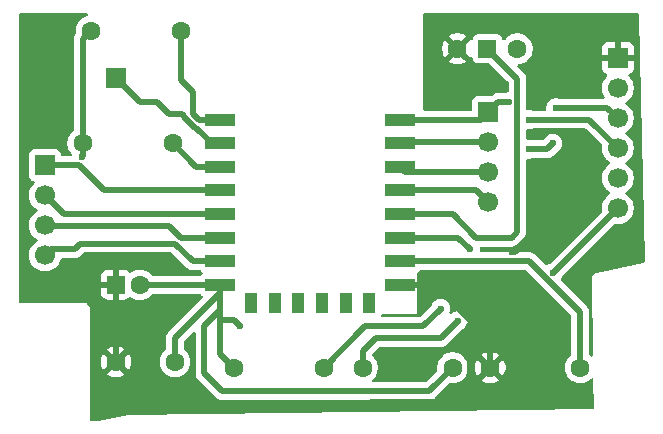
<source format=gbr>
%TF.GenerationSoftware,KiCad,Pcbnew,9.0.7*%
%TF.CreationDate,2026-02-17T01:21:17-06:00*%
%TF.ProjectId,Esp12-F,45737031-322d-4462-9e6b-696361645f70,rev?*%
%TF.SameCoordinates,Original*%
%TF.FileFunction,Copper,L1,Top*%
%TF.FilePolarity,Positive*%
%FSLAX46Y46*%
G04 Gerber Fmt 4.6, Leading zero omitted, Abs format (unit mm)*
G04 Created by KiCad (PCBNEW 9.0.7) date 2026-02-17 01:21:17*
%MOMM*%
%LPD*%
G01*
G04 APERTURE LIST*
G04 Aperture macros list*
%AMRoundRect*
0 Rectangle with rounded corners*
0 $1 Rounding radius*
0 $2 $3 $4 $5 $6 $7 $8 $9 X,Y pos of 4 corners*
0 Add a 4 corners polygon primitive as box body*
4,1,4,$2,$3,$4,$5,$6,$7,$8,$9,$2,$3,0*
0 Add four circle primitives for the rounded corners*
1,1,$1+$1,$2,$3*
1,1,$1+$1,$4,$5*
1,1,$1+$1,$6,$7*
1,1,$1+$1,$8,$9*
0 Add four rect primitives between the rounded corners*
20,1,$1+$1,$2,$3,$4,$5,0*
20,1,$1+$1,$4,$5,$6,$7,0*
20,1,$1+$1,$6,$7,$8,$9,0*
20,1,$1+$1,$8,$9,$2,$3,0*%
G04 Aperture macros list end*
%TA.AperFunction,ComponentPad*%
%ADD10C,1.600000*%
%TD*%
%TA.AperFunction,ComponentPad*%
%ADD11RoundRect,0.250000X-0.550000X-0.550000X0.550000X-0.550000X0.550000X0.550000X-0.550000X0.550000X0*%
%TD*%
%TA.AperFunction,ComponentPad*%
%ADD12R,1.700000X1.700000*%
%TD*%
%TA.AperFunction,ComponentPad*%
%ADD13C,1.700000*%
%TD*%
%TA.AperFunction,SMDPad,CuDef*%
%ADD14R,2.500000X1.000000*%
%TD*%
%TA.AperFunction,SMDPad,CuDef*%
%ADD15R,1.000000X1.800000*%
%TD*%
%TA.AperFunction,ComponentPad*%
%ADD16R,1.500000X1.500000*%
%TD*%
%TA.AperFunction,ViaPad*%
%ADD17C,0.600000*%
%TD*%
%TA.AperFunction,Conductor*%
%ADD18C,0.500000*%
%TD*%
G04 APERTURE END LIST*
D10*
%TO.P,C2,1*%
%TO.N,GND*%
X122000000Y-107000000D03*
%TO.P,C2,2*%
%TO.N,3.3V*%
X127000000Y-107000000D03*
%TD*%
%TO.P,R3,1*%
%TO.N,GND*%
X153690000Y-107500000D03*
%TO.P,R3,2*%
%TO.N,Net-(U1-GPIO15)*%
X161310000Y-107500000D03*
%TD*%
D11*
%TO.P,C1,1*%
%TO.N,GND*%
X122000000Y-100500000D03*
D10*
%TO.P,C1,2*%
%TO.N,3.3V*%
X124000000Y-100500000D03*
%TD*%
D12*
%TO.P,J3,1,Pin_1*%
%TO.N,Net-(J3-Pin_1)*%
X116000000Y-90380000D03*
D13*
%TO.P,J3,2,Pin_2*%
%TO.N,Net-(J3-Pin_2)*%
X116000000Y-92920000D03*
%TO.P,J3,3,Pin_3*%
%TO.N,Net-(J3-Pin_3)*%
X116000000Y-95460000D03*
%TO.P,J3,4,Pin_4*%
%TO.N,Net-(J3-Pin_4)*%
X116000000Y-98000000D03*
%TD*%
D12*
%TO.P,J1,1,Pin_1*%
%TO.N,GND*%
X164500000Y-81300000D03*
D13*
%TO.P,J1,2,Pin_2*%
%TO.N,unconnected-(J1-Pin_2-Pad2)*%
X164500000Y-83840000D03*
%TO.P,J1,3,Pin_3*%
%TO.N,Net-(J1-Pin_3)*%
X164500000Y-86380000D03*
%TO.P,J1,4,Pin_4*%
%TO.N,Net-(J1-Pin_4)*%
X164500000Y-88920000D03*
%TO.P,J1,5,Pin_5*%
%TO.N,unconnected-(J1-Pin_5-Pad5)*%
X164500000Y-91460000D03*
%TO.P,J1,6,Pin_6*%
%TO.N,3.3V*%
X164500000Y-94000000D03*
%TD*%
D12*
%TO.P,J6,1,Pin_1*%
%TO.N,Net-(J1-Pin_4)*%
X153500000Y-85880000D03*
D13*
%TO.P,J6,2,Pin_2*%
%TO.N,Net-(J1-Pin_3)*%
X153500000Y-88420000D03*
%TO.P,J6,3,Pin_3*%
%TO.N,Net-(J6-Pin_3)*%
X153500000Y-90960000D03*
%TO.P,J6,4,Pin_4*%
%TO.N,Net-(J6-Pin_4)*%
X153500000Y-93500000D03*
%TD*%
D14*
%TO.P,U1,1,~{RST}*%
%TO.N,Net-(U1-~{RST})*%
X130850000Y-86500000D03*
%TO.P,U1,2,ADC*%
%TO.N,Net-(J9-Pin_1)*%
X130850000Y-88500000D03*
%TO.P,U1,3,EN*%
%TO.N,Net-(U1-EN)*%
X130850000Y-90500000D03*
%TO.P,U1,4,GPIO16*%
%TO.N,Net-(J3-Pin_1)*%
X130850000Y-92500000D03*
%TO.P,U1,5,GPIO14*%
%TO.N,Net-(J3-Pin_2)*%
X130850000Y-94500000D03*
%TO.P,U1,6,GPIO12*%
%TO.N,Net-(J3-Pin_3)*%
X130850000Y-96500000D03*
%TO.P,U1,7,GPIO13*%
%TO.N,Net-(J3-Pin_4)*%
X130850000Y-98500000D03*
%TO.P,U1,8,VCC*%
%TO.N,3.3V*%
X130850000Y-100500000D03*
D15*
%TO.P,U1,9,CS0*%
%TO.N,unconnected-(U1-CS0-Pad9)*%
X133450000Y-102000000D03*
%TO.P,U1,10,MISO*%
%TO.N,unconnected-(U1-MISO-Pad10)*%
X135450000Y-102000000D03*
%TO.P,U1,11,GPIO9*%
%TO.N,unconnected-(U1-GPIO9-Pad11)*%
X137450000Y-102000000D03*
%TO.P,U1,12,GPIO10*%
%TO.N,unconnected-(U1-GPIO10-Pad12)*%
X139450000Y-102000000D03*
%TO.P,U1,13,MOSI*%
%TO.N,unconnected-(U1-MOSI-Pad13)*%
X141450000Y-102000000D03*
%TO.P,U1,14,SCLK*%
%TO.N,unconnected-(U1-SCLK-Pad14)*%
X143450000Y-102000000D03*
D14*
%TO.P,U1,15,GND*%
%TO.N,GND*%
X146050000Y-100500000D03*
%TO.P,U1,16,GPIO15*%
%TO.N,Net-(U1-GPIO15)*%
X146050000Y-98500000D03*
%TO.P,U1,17,GPIO2*%
%TO.N,Net-(U1-GPIO2)*%
X146050000Y-96500000D03*
%TO.P,U1,18,GPIO0*%
%TO.N,Net-(SW2-A)*%
X146050000Y-94500000D03*
%TO.P,U1,19,GPIO4*%
%TO.N,Net-(J6-Pin_4)*%
X146050000Y-92500000D03*
%TO.P,U1,20,GPIO5*%
%TO.N,Net-(J6-Pin_3)*%
X146050000Y-90500000D03*
%TO.P,U1,21,GPIO3/RXD*%
%TO.N,Net-(J1-Pin_3)*%
X146050000Y-88500000D03*
%TO.P,U1,22,GPIO1/TXD*%
%TO.N,Net-(J1-Pin_4)*%
X146050000Y-86500000D03*
%TD*%
D16*
%TO.P,SW2,1,A*%
%TO.N,Net-(SW2-A)*%
X153460000Y-80500000D03*
D10*
%TO.P,SW2,2,B*%
%TO.N,GND*%
X150920000Y-80500000D03*
%TO.P,SW2,3,C*%
%TO.N,Net-(SW2-C)*%
X156000000Y-80500000D03*
%TD*%
%TO.P,R2,1*%
%TO.N,3.3V*%
X119880000Y-79000000D03*
%TO.P,R2,2*%
%TO.N,Net-(U1-~{RST})*%
X127500000Y-79000000D03*
%TD*%
%TO.P,R4,1*%
%TO.N,3.3V*%
X150500000Y-107500000D03*
%TO.P,R4,2*%
%TO.N,Net-(U1-GPIO2)*%
X142880000Y-107500000D03*
%TD*%
%TO.P,R1,1*%
%TO.N,3.3V*%
X119190000Y-88500000D03*
%TO.P,R1,2*%
%TO.N,Net-(U1-EN)*%
X126810000Y-88500000D03*
%TD*%
D12*
%TO.P,RST,1,Pin_1*%
%TO.N,Net-(J9-Pin_1)*%
X122000000Y-83000000D03*
%TD*%
D10*
%TO.P,R5,1*%
%TO.N,3.3V*%
X132000000Y-107500000D03*
%TO.P,R5,2*%
%TO.N,Net-(SW2-C)*%
X139620000Y-107500000D03*
%TD*%
D17*
%TO.N,3.3V*%
X132500000Y-104000000D03*
X159030331Y-99469669D03*
X119105849Y-89664813D03*
%TO.N,GND*%
X155000000Y-83500000D03*
X152750000Y-100500000D03*
X158000000Y-95500000D03*
X157969669Y-83530331D03*
X155500000Y-97750000D03*
%TO.N,Net-(U1-GPIO2)*%
X150969669Y-103530331D03*
X152000000Y-97500000D03*
%TO.N,Net-(SW2-C)*%
X149500000Y-102500000D03*
%TO.N,Net-(J1-Pin_4)*%
X157000000Y-86500000D03*
X155250000Y-85000000D03*
%TO.N,Net-(J1-Pin_3)*%
X157000000Y-89000000D03*
X159000000Y-88500000D03*
X159250000Y-85500000D03*
%TD*%
D18*
%TO.N,3.3V*%
X164500000Y-94000000D02*
X159030331Y-99469669D01*
X130850000Y-100500000D02*
X130850000Y-101150000D01*
X129500000Y-108000000D02*
X129500000Y-104000000D01*
X119190000Y-88500000D02*
X119190000Y-89580662D01*
X130850000Y-106350000D02*
X132000000Y-107500000D01*
X119190000Y-89580662D02*
X119105849Y-89664813D01*
X129500000Y-104000000D02*
X130850000Y-102650000D01*
X132500000Y-104000000D02*
X132000000Y-103500000D01*
X119190000Y-88500000D02*
X119190000Y-79690000D01*
X130850000Y-100500000D02*
X130850000Y-103500000D01*
X148500000Y-109500000D02*
X131000000Y-109500000D01*
X130850000Y-102650000D02*
X130850000Y-100500000D01*
X150500000Y-107500000D02*
X148500000Y-109500000D01*
X131000000Y-109500000D02*
X129500000Y-108000000D01*
X127000000Y-105000000D02*
X127000000Y-107000000D01*
X119190000Y-79690000D02*
X119880000Y-79000000D01*
X130850000Y-103500000D02*
X130850000Y-106350000D01*
X131500000Y-107000000D02*
X132000000Y-107500000D01*
X130850000Y-101150000D02*
X127000000Y-105000000D01*
X132000000Y-103500000D02*
X130850000Y-103500000D01*
X130850000Y-100500000D02*
X124000000Y-100500000D01*
%TO.N,GND*%
X147992925Y-110437793D02*
X143556470Y-110437793D01*
X155750000Y-97750000D02*
X155500000Y-97750000D01*
X151101324Y-110398676D02*
X147992925Y-110437793D01*
X122000000Y-100500000D02*
X122000000Y-107000000D01*
X158000000Y-95500000D02*
X155750000Y-97750000D01*
X153920000Y-83500000D02*
X155000000Y-83500000D01*
X152000000Y-104000000D02*
X152000000Y-109500000D01*
X149000000Y-100500000D02*
X152250000Y-103750000D01*
X153690000Y-105190000D02*
X153690000Y-107500000D01*
X146050000Y-100500000D02*
X149000000Y-100500000D01*
X143556470Y-110437793D02*
X143499929Y-110494334D01*
X152250000Y-103750000D02*
X152000000Y-104000000D01*
X152000000Y-109500000D02*
X151101324Y-110398676D01*
X157969669Y-83530331D02*
X160200000Y-81300000D01*
X160200000Y-81300000D02*
X164500000Y-81300000D01*
X131495538Y-110645401D02*
X125645401Y-110645401D01*
X152250000Y-103750000D02*
X153690000Y-105190000D01*
X143499929Y-110494334D02*
X131495538Y-110645401D01*
X152750000Y-100500000D02*
X149000000Y-100500000D01*
X150920000Y-80500000D02*
X153920000Y-83500000D01*
X125645401Y-110645401D02*
X122000000Y-107000000D01*
%TO.N,Net-(J3-Pin_1)*%
X118880000Y-90380000D02*
X116000000Y-90380000D01*
X121000000Y-92500000D02*
X118880000Y-90380000D01*
X130850000Y-92500000D02*
X121000000Y-92500000D01*
%TO.N,Net-(J3-Pin_2)*%
X117580000Y-94500000D02*
X130850000Y-94500000D01*
X116000000Y-92920000D02*
X117580000Y-94500000D01*
%TO.N,Net-(J3-Pin_4)*%
X119000000Y-97000000D02*
X127008636Y-97000000D01*
X127008636Y-97000000D02*
X128508636Y-98500000D01*
X116000000Y-98000000D02*
X116500000Y-97500000D01*
X118500000Y-97500000D02*
X119000000Y-97000000D01*
X128508636Y-98500000D02*
X130850000Y-98500000D01*
X116500000Y-97500000D02*
X118500000Y-97500000D01*
%TO.N,Net-(J9-Pin_1)*%
X130100000Y-88500000D02*
X128801000Y-87201000D01*
X128801000Y-87201000D02*
X128709636Y-87201000D01*
X126500000Y-86000000D02*
X125500000Y-85000000D01*
X130850000Y-88500000D02*
X130100000Y-88500000D01*
X127799000Y-86199000D02*
X127600000Y-86000000D01*
X128709636Y-87201000D02*
X127799000Y-86290364D01*
X127799000Y-86290364D02*
X127799000Y-86199000D01*
X127600000Y-86000000D02*
X126500000Y-86000000D01*
X125500000Y-85000000D02*
X124000000Y-85000000D01*
X124000000Y-85000000D02*
X122000000Y-83000000D01*
%TO.N,Net-(U1-EN)*%
X128810000Y-90500000D02*
X130850000Y-90500000D01*
X126810000Y-88500000D02*
X128810000Y-90500000D01*
%TO.N,Net-(U1-~{RST})*%
X127500000Y-83150000D02*
X127500000Y-79000000D01*
X130850000Y-86500000D02*
X129000000Y-86500000D01*
X128500000Y-84150000D02*
X127500000Y-83150000D01*
X128500000Y-86000000D02*
X128500000Y-84150000D01*
X129000000Y-86500000D02*
X128500000Y-86000000D01*
%TO.N,Net-(U1-GPIO15)*%
X161310000Y-102810000D02*
X161310000Y-107500000D01*
X146050000Y-98500000D02*
X157000000Y-98500000D01*
X157000000Y-98500000D02*
X161310000Y-102810000D01*
%TO.N,Net-(U1-GPIO2)*%
X142880000Y-107500000D02*
X142880000Y-106120000D01*
X144000000Y-105000000D02*
X148000000Y-105000000D01*
X142880000Y-106120000D02*
X144000000Y-105000000D01*
X148000000Y-105000000D02*
X149500000Y-105000000D01*
X149500000Y-105000000D02*
X150500000Y-104000000D01*
X150500000Y-104000000D02*
X150969669Y-103530331D01*
X152000000Y-97500000D02*
X151000000Y-96500000D01*
X151000000Y-96500000D02*
X146050000Y-96500000D01*
%TO.N,Net-(J3-Pin_3)*%
X116000000Y-95460000D02*
X116040000Y-95500000D01*
X127500000Y-96500000D02*
X130850000Y-96500000D01*
X126500000Y-95500000D02*
X127500000Y-96500000D01*
X116040000Y-95500000D02*
X126500000Y-95500000D01*
%TO.N,Net-(J6-Pin_4)*%
X153500000Y-93500000D02*
X152500000Y-92500000D01*
X152500000Y-92500000D02*
X146050000Y-92500000D01*
%TO.N,Net-(J6-Pin_3)*%
X153500000Y-90960000D02*
X146510000Y-90960000D01*
X146510000Y-90960000D02*
X146050000Y-90500000D01*
%TO.N,Net-(SW2-C)*%
X143120000Y-104000000D02*
X148000000Y-104000000D01*
X139620000Y-107500000D02*
X143120000Y-104000000D01*
X148000000Y-104000000D02*
X149500000Y-102500000D01*
%TO.N,Net-(SW2-A)*%
X152500000Y-96500000D02*
X150500000Y-94500000D01*
X155500000Y-96500000D02*
X152500000Y-96500000D01*
X153460000Y-80500000D02*
X156000000Y-83040000D01*
X150500000Y-94500000D02*
X146050000Y-94500000D01*
X156000000Y-83040000D02*
X156000000Y-96000000D01*
X156000000Y-96000000D02*
X155500000Y-96500000D01*
%TO.N,Net-(J1-Pin_4)*%
X162080000Y-86500000D02*
X164500000Y-88920000D01*
X154380000Y-85000000D02*
X155250000Y-85000000D01*
X153500000Y-85880000D02*
X152880000Y-86500000D01*
X152880000Y-86500000D02*
X146050000Y-86500000D01*
X153500000Y-85880000D02*
X154380000Y-85000000D01*
X157000000Y-86500000D02*
X162080000Y-86500000D01*
%TO.N,Net-(J1-Pin_3)*%
X146130000Y-88420000D02*
X146050000Y-88500000D01*
X162000000Y-85500000D02*
X159250000Y-85500000D01*
X153500000Y-88420000D02*
X146130000Y-88420000D01*
X158500000Y-89000000D02*
X157000000Y-89000000D01*
X162000000Y-85500000D02*
X163620000Y-85500000D01*
X163620000Y-85500000D02*
X164500000Y-86380000D01*
X159000000Y-88500000D02*
X158500000Y-89000000D01*
%TD*%
%TA.AperFunction,Conductor*%
%TO.N,GND*%
G36*
X119570614Y-77520185D02*
G01*
X119616369Y-77572989D01*
X119626313Y-77642147D01*
X119597288Y-77705703D01*
X119541894Y-77742431D01*
X119380776Y-77794781D01*
X119198386Y-77887715D01*
X119032786Y-78008028D01*
X118888028Y-78152786D01*
X118767715Y-78318386D01*
X118674781Y-78500776D01*
X118611522Y-78695465D01*
X118579500Y-78897648D01*
X118579500Y-79102358D01*
X118591171Y-79176048D01*
X118582216Y-79245341D01*
X118571801Y-79264334D01*
X118524915Y-79334504D01*
X118524914Y-79334506D01*
X118468343Y-79471082D01*
X118468340Y-79471092D01*
X118439500Y-79616079D01*
X118439500Y-87374582D01*
X118419815Y-87441621D01*
X118388385Y-87474900D01*
X118342787Y-87508028D01*
X118342782Y-87508032D01*
X118198028Y-87652786D01*
X118077715Y-87818386D01*
X117984781Y-88000776D01*
X117921522Y-88195465D01*
X117889500Y-88397648D01*
X117889500Y-88602351D01*
X117921522Y-88804534D01*
X117984781Y-88999223D01*
X118029100Y-89086202D01*
X118073048Y-89172455D01*
X118077715Y-89181613D01*
X118198028Y-89347213D01*
X118268634Y-89417819D01*
X118302119Y-89479142D01*
X118297135Y-89548834D01*
X118255263Y-89604767D01*
X118189799Y-89629184D01*
X118180953Y-89629500D01*
X117474499Y-89629500D01*
X117407460Y-89609815D01*
X117361705Y-89557011D01*
X117350499Y-89505500D01*
X117350499Y-89482129D01*
X117350498Y-89482123D01*
X117350497Y-89482116D01*
X117344091Y-89422517D01*
X117340287Y-89412319D01*
X117293797Y-89287671D01*
X117293793Y-89287664D01*
X117207547Y-89172455D01*
X117207544Y-89172452D01*
X117092335Y-89086206D01*
X117092328Y-89086202D01*
X116957482Y-89035908D01*
X116957483Y-89035908D01*
X116897883Y-89029501D01*
X116897881Y-89029500D01*
X116897873Y-89029500D01*
X116897864Y-89029500D01*
X115102129Y-89029500D01*
X115102123Y-89029501D01*
X115042516Y-89035908D01*
X114907671Y-89086202D01*
X114907664Y-89086206D01*
X114792455Y-89172452D01*
X114792452Y-89172455D01*
X114706206Y-89287664D01*
X114706202Y-89287671D01*
X114655908Y-89422517D01*
X114652942Y-89450109D01*
X114649501Y-89482123D01*
X114649500Y-89482135D01*
X114649500Y-91277870D01*
X114649501Y-91277876D01*
X114655908Y-91337483D01*
X114706202Y-91472328D01*
X114706206Y-91472335D01*
X114792452Y-91587544D01*
X114792455Y-91587547D01*
X114907664Y-91673793D01*
X114907671Y-91673797D01*
X115039082Y-91722810D01*
X115095016Y-91764681D01*
X115119433Y-91830145D01*
X115104582Y-91898418D01*
X115083431Y-91926673D01*
X114969889Y-92040215D01*
X114844951Y-92212179D01*
X114748444Y-92401585D01*
X114682753Y-92603760D01*
X114649500Y-92813713D01*
X114649500Y-93026286D01*
X114674440Y-93183755D01*
X114682754Y-93236243D01*
X114747505Y-93435526D01*
X114748444Y-93438414D01*
X114844951Y-93627820D01*
X114969890Y-93799786D01*
X115120213Y-93950109D01*
X115292182Y-94075050D01*
X115300946Y-94079516D01*
X115351742Y-94127491D01*
X115368536Y-94195312D01*
X115345998Y-94261447D01*
X115300946Y-94300484D01*
X115292182Y-94304949D01*
X115120213Y-94429890D01*
X114969890Y-94580213D01*
X114844951Y-94752179D01*
X114748444Y-94941585D01*
X114682753Y-95143760D01*
X114655276Y-95317246D01*
X114649500Y-95353713D01*
X114649500Y-95566287D01*
X114682754Y-95776243D01*
X114739902Y-95952127D01*
X114748444Y-95978414D01*
X114844951Y-96167820D01*
X114969890Y-96339786D01*
X115120213Y-96490109D01*
X115292182Y-96615050D01*
X115300946Y-96619516D01*
X115351742Y-96667491D01*
X115368536Y-96735312D01*
X115345998Y-96801447D01*
X115300946Y-96840484D01*
X115292182Y-96844949D01*
X115120213Y-96969890D01*
X114969890Y-97120213D01*
X114844951Y-97292179D01*
X114748444Y-97481585D01*
X114682753Y-97683760D01*
X114653602Y-97867812D01*
X114649500Y-97893713D01*
X114649500Y-98106287D01*
X114682754Y-98316243D01*
X114742063Y-98498778D01*
X114748444Y-98518414D01*
X114844951Y-98707820D01*
X114969890Y-98879786D01*
X115120213Y-99030109D01*
X115292179Y-99155048D01*
X115292181Y-99155049D01*
X115292184Y-99155051D01*
X115481588Y-99251557D01*
X115683757Y-99317246D01*
X115893713Y-99350500D01*
X115893714Y-99350500D01*
X116106286Y-99350500D01*
X116106287Y-99350500D01*
X116316243Y-99317246D01*
X116518412Y-99251557D01*
X116707816Y-99155051D01*
X116773288Y-99107483D01*
X116879786Y-99030109D01*
X116879788Y-99030106D01*
X116879792Y-99030104D01*
X117030104Y-98879792D01*
X117030106Y-98879788D01*
X117030109Y-98879786D01*
X117155048Y-98707820D01*
X117155047Y-98707820D01*
X117155051Y-98707816D01*
X117251557Y-98518412D01*
X117310767Y-98336180D01*
X117350205Y-98278506D01*
X117414563Y-98251308D01*
X117428698Y-98250500D01*
X118573920Y-98250500D01*
X118671462Y-98231096D01*
X118718913Y-98221658D01*
X118855495Y-98165084D01*
X118920291Y-98121789D01*
X118920294Y-98121786D01*
X118920296Y-98121786D01*
X118949547Y-98102240D01*
X118978416Y-98082952D01*
X119274549Y-97786819D01*
X119335872Y-97753334D01*
X119362230Y-97750500D01*
X126646406Y-97750500D01*
X126713445Y-97770185D01*
X126734087Y-97786819D01*
X127925684Y-98978415D01*
X127925685Y-98978416D01*
X127995141Y-99047872D01*
X128030221Y-99082952D01*
X128153134Y-99165080D01*
X128153147Y-99165087D01*
X128269098Y-99213115D01*
X128289723Y-99221658D01*
X128289727Y-99221658D01*
X128289728Y-99221659D01*
X128434715Y-99250500D01*
X128434718Y-99250500D01*
X129100249Y-99250500D01*
X129167288Y-99270185D01*
X129187901Y-99286789D01*
X129194189Y-99293073D01*
X129242454Y-99357546D01*
X129307226Y-99406034D01*
X129313485Y-99412289D01*
X129326167Y-99435497D01*
X129342015Y-99456668D01*
X129342659Y-99465675D01*
X129346990Y-99473601D01*
X129345112Y-99499978D01*
X129346999Y-99526360D01*
X129342670Y-99534287D01*
X129342029Y-99543295D01*
X129326188Y-99564470D01*
X129313513Y-99587683D01*
X129300184Y-99599231D01*
X129300177Y-99599242D01*
X129300169Y-99599244D01*
X129300145Y-99599266D01*
X129242454Y-99642453D01*
X129242451Y-99642457D01*
X129199515Y-99699812D01*
X129143581Y-99741682D01*
X129100249Y-99749500D01*
X125125418Y-99749500D01*
X125058379Y-99729815D01*
X125025100Y-99698385D01*
X124991971Y-99652787D01*
X124991967Y-99652782D01*
X124847213Y-99508028D01*
X124681613Y-99387715D01*
X124681612Y-99387714D01*
X124681610Y-99387713D01*
X124622404Y-99357546D01*
X124499223Y-99294781D01*
X124304534Y-99231522D01*
X124129995Y-99203878D01*
X124102352Y-99199500D01*
X123897648Y-99199500D01*
X123873329Y-99203351D01*
X123695465Y-99231522D01*
X123500776Y-99294781D01*
X123318391Y-99387712D01*
X123318389Y-99387713D01*
X123247676Y-99439088D01*
X123181869Y-99462567D01*
X123113815Y-99446740D01*
X123087111Y-99426450D01*
X123018345Y-99357684D01*
X122869124Y-99265643D01*
X122869119Y-99265641D01*
X122702697Y-99210494D01*
X122702690Y-99210493D01*
X122599986Y-99200000D01*
X122250000Y-99200000D01*
X122250000Y-100184314D01*
X122245606Y-100179920D01*
X122154394Y-100127259D01*
X122052661Y-100100000D01*
X121947339Y-100100000D01*
X121845606Y-100127259D01*
X121754394Y-100179920D01*
X121750000Y-100184314D01*
X121750000Y-99200000D01*
X121400028Y-99200000D01*
X121400012Y-99200001D01*
X121297302Y-99210494D01*
X121130880Y-99265641D01*
X121130875Y-99265643D01*
X120981654Y-99357684D01*
X120857684Y-99481654D01*
X120765643Y-99630875D01*
X120765641Y-99630880D01*
X120710494Y-99797302D01*
X120710493Y-99797309D01*
X120700000Y-99900013D01*
X120700000Y-100250000D01*
X121684314Y-100250000D01*
X121679920Y-100254394D01*
X121627259Y-100345606D01*
X121600000Y-100447339D01*
X121600000Y-100552661D01*
X121627259Y-100654394D01*
X121679920Y-100745606D01*
X121684314Y-100750000D01*
X120700001Y-100750000D01*
X120700001Y-101099986D01*
X120710494Y-101202697D01*
X120765641Y-101369119D01*
X120765643Y-101369124D01*
X120857684Y-101518345D01*
X120981654Y-101642315D01*
X121130875Y-101734356D01*
X121130880Y-101734358D01*
X121297302Y-101789505D01*
X121297309Y-101789506D01*
X121400019Y-101799999D01*
X121749999Y-101799999D01*
X121750000Y-101799998D01*
X121750000Y-100815686D01*
X121754394Y-100820080D01*
X121845606Y-100872741D01*
X121947339Y-100900000D01*
X122052661Y-100900000D01*
X122154394Y-100872741D01*
X122245606Y-100820080D01*
X122250000Y-100815686D01*
X122250000Y-101799999D01*
X122599972Y-101799999D01*
X122599986Y-101799998D01*
X122702697Y-101789505D01*
X122869119Y-101734358D01*
X122869124Y-101734356D01*
X123018345Y-101642315D01*
X123087112Y-101573549D01*
X123148435Y-101540064D01*
X123218127Y-101545048D01*
X123247674Y-101560909D01*
X123318390Y-101612287D01*
X123377323Y-101642315D01*
X123500776Y-101705218D01*
X123500778Y-101705218D01*
X123500781Y-101705220D01*
X123590459Y-101734358D01*
X123695465Y-101768477D01*
X123796557Y-101784488D01*
X123897648Y-101800500D01*
X123897649Y-101800500D01*
X124102351Y-101800500D01*
X124102352Y-101800500D01*
X124304534Y-101768477D01*
X124499219Y-101705220D01*
X124681610Y-101612287D01*
X124781017Y-101540064D01*
X124847213Y-101491971D01*
X124847215Y-101491968D01*
X124847219Y-101491966D01*
X124991966Y-101347219D01*
X124994650Y-101343524D01*
X125025100Y-101301615D01*
X125080429Y-101258949D01*
X125125418Y-101250500D01*
X129100249Y-101250500D01*
X129167288Y-101270185D01*
X129186254Y-101285174D01*
X129193495Y-101292146D01*
X129242454Y-101357546D01*
X129327704Y-101421364D01*
X129333247Y-101426701D01*
X129346909Y-101450633D01*
X129363424Y-101472695D01*
X129363985Y-101480544D01*
X129367887Y-101487379D01*
X129366442Y-101514899D01*
X129368408Y-101542387D01*
X129364636Y-101549293D01*
X129364224Y-101557152D01*
X129348130Y-101579521D01*
X129334923Y-101603708D01*
X126417045Y-104521586D01*
X126380381Y-104576462D01*
X126380379Y-104576465D01*
X126334919Y-104644499D01*
X126334912Y-104644511D01*
X126278343Y-104781082D01*
X126278340Y-104781092D01*
X126249500Y-104926079D01*
X126249500Y-105874582D01*
X126229815Y-105941621D01*
X126198385Y-105974900D01*
X126152787Y-106008028D01*
X126152782Y-106008032D01*
X126008028Y-106152786D01*
X125887715Y-106318386D01*
X125794781Y-106500776D01*
X125731522Y-106695465D01*
X125699500Y-106897648D01*
X125699500Y-107102351D01*
X125731522Y-107304534D01*
X125794781Y-107499223D01*
X125822010Y-107552661D01*
X125887585Y-107681359D01*
X125887715Y-107681613D01*
X126008028Y-107847213D01*
X126152786Y-107991971D01*
X126273226Y-108079474D01*
X126318390Y-108112287D01*
X126434607Y-108171503D01*
X126500776Y-108205218D01*
X126500778Y-108205218D01*
X126500781Y-108205220D01*
X126605137Y-108239127D01*
X126695465Y-108268477D01*
X126796557Y-108284488D01*
X126897648Y-108300500D01*
X126897649Y-108300500D01*
X127102351Y-108300500D01*
X127102352Y-108300500D01*
X127304534Y-108268477D01*
X127499219Y-108205220D01*
X127681610Y-108112287D01*
X127814944Y-108015415D01*
X127847213Y-107991971D01*
X127847215Y-107991968D01*
X127847219Y-107991966D01*
X127991966Y-107847219D01*
X127991968Y-107847215D01*
X127991971Y-107847213D01*
X128051625Y-107765105D01*
X128112287Y-107681610D01*
X128205220Y-107499219D01*
X128268477Y-107304534D01*
X128300500Y-107102352D01*
X128300500Y-106897648D01*
X128280928Y-106774076D01*
X128268477Y-106695465D01*
X128227514Y-106569396D01*
X128205220Y-106500781D01*
X128205218Y-106500778D01*
X128205218Y-106500776D01*
X128161290Y-106414564D01*
X128112287Y-106318390D01*
X128095134Y-106294781D01*
X127991971Y-106152786D01*
X127847217Y-106008032D01*
X127847212Y-106008028D01*
X127801615Y-105974900D01*
X127758949Y-105919571D01*
X127750500Y-105874582D01*
X127750500Y-105362229D01*
X127770185Y-105295190D01*
X127786819Y-105274548D01*
X128537819Y-104523548D01*
X128599142Y-104490063D01*
X128668834Y-104495047D01*
X128724767Y-104536919D01*
X128749184Y-104602383D01*
X128749500Y-104611229D01*
X128749500Y-108073918D01*
X128749500Y-108073920D01*
X128749499Y-108073920D01*
X128778340Y-108218907D01*
X128778343Y-108218917D01*
X128811929Y-108300000D01*
X128834916Y-108355495D01*
X128855052Y-108385631D01*
X128864986Y-108400499D01*
X128917049Y-108478418D01*
X128917052Y-108478421D01*
X130521580Y-110082948D01*
X130521584Y-110082951D01*
X130644498Y-110165080D01*
X130644511Y-110165087D01*
X130781082Y-110221656D01*
X130781087Y-110221658D01*
X130781091Y-110221658D01*
X130781092Y-110221659D01*
X130926079Y-110250500D01*
X130926082Y-110250500D01*
X148573920Y-110250500D01*
X148671462Y-110231096D01*
X148718913Y-110221658D01*
X148855495Y-110165084D01*
X148904729Y-110132186D01*
X148978416Y-110082952D01*
X150234894Y-108826471D01*
X150296215Y-108792988D01*
X150341970Y-108791681D01*
X150397648Y-108800500D01*
X150397649Y-108800500D01*
X150602351Y-108800500D01*
X150602352Y-108800500D01*
X150804534Y-108768477D01*
X150999219Y-108705220D01*
X151181610Y-108612287D01*
X151301501Y-108525182D01*
X151347213Y-108491971D01*
X151347215Y-108491968D01*
X151347219Y-108491966D01*
X151491966Y-108347219D01*
X151491968Y-108347215D01*
X151491971Y-108347213D01*
X151549529Y-108267990D01*
X151612287Y-108181610D01*
X151705220Y-107999219D01*
X151768477Y-107804534D01*
X151800500Y-107602352D01*
X151800500Y-107397682D01*
X152390000Y-107397682D01*
X152390000Y-107602317D01*
X152422009Y-107804417D01*
X152485244Y-107999031D01*
X152578141Y-108181350D01*
X152578147Y-108181359D01*
X152610523Y-108225921D01*
X152610524Y-108225922D01*
X153290000Y-107546446D01*
X153290000Y-107552661D01*
X153317259Y-107654394D01*
X153369920Y-107745606D01*
X153444394Y-107820080D01*
X153535606Y-107872741D01*
X153637339Y-107900000D01*
X153643553Y-107900000D01*
X152964076Y-108579474D01*
X153008650Y-108611859D01*
X153190968Y-108704755D01*
X153385582Y-108767990D01*
X153587683Y-108800000D01*
X153792317Y-108800000D01*
X153994417Y-108767990D01*
X154189031Y-108704755D01*
X154371349Y-108611859D01*
X154415921Y-108579474D01*
X153736447Y-107900000D01*
X153742661Y-107900000D01*
X153844394Y-107872741D01*
X153935606Y-107820080D01*
X154010080Y-107745606D01*
X154062741Y-107654394D01*
X154090000Y-107552661D01*
X154090000Y-107546447D01*
X154769474Y-108225921D01*
X154801859Y-108181349D01*
X154894755Y-107999031D01*
X154957990Y-107804417D01*
X154990000Y-107602317D01*
X154990000Y-107397682D01*
X154957990Y-107195582D01*
X154894755Y-107000968D01*
X154801859Y-106818650D01*
X154769474Y-106774077D01*
X154769474Y-106774076D01*
X154090000Y-107453551D01*
X154090000Y-107447339D01*
X154062741Y-107345606D01*
X154010080Y-107254394D01*
X153935606Y-107179920D01*
X153844394Y-107127259D01*
X153742661Y-107100000D01*
X153736446Y-107100000D01*
X154415922Y-106420524D01*
X154415921Y-106420523D01*
X154371359Y-106388147D01*
X154371350Y-106388141D01*
X154189031Y-106295244D01*
X153994417Y-106232009D01*
X153792317Y-106200000D01*
X153587683Y-106200000D01*
X153385582Y-106232009D01*
X153190968Y-106295244D01*
X153008644Y-106388143D01*
X152964077Y-106420523D01*
X152964077Y-106420524D01*
X153643554Y-107100000D01*
X153637339Y-107100000D01*
X153535606Y-107127259D01*
X153444394Y-107179920D01*
X153369920Y-107254394D01*
X153317259Y-107345606D01*
X153290000Y-107447339D01*
X153290000Y-107453553D01*
X152610524Y-106774077D01*
X152610523Y-106774077D01*
X152578143Y-106818644D01*
X152485244Y-107000968D01*
X152422009Y-107195582D01*
X152390000Y-107397682D01*
X151800500Y-107397682D01*
X151800500Y-107397648D01*
X151791682Y-107341972D01*
X151768477Y-107195465D01*
X151712617Y-107023548D01*
X151705220Y-107000781D01*
X151705218Y-107000778D01*
X151705218Y-107000776D01*
X151626154Y-106845606D01*
X151612287Y-106818390D01*
X151580092Y-106774077D01*
X151491971Y-106652786D01*
X151347213Y-106508028D01*
X151181613Y-106387715D01*
X151181612Y-106387714D01*
X151181610Y-106387713D01*
X151124653Y-106358691D01*
X150999223Y-106294781D01*
X150804534Y-106231522D01*
X150625624Y-106203186D01*
X150602352Y-106199500D01*
X150397648Y-106199500D01*
X150374376Y-106203186D01*
X150195465Y-106231522D01*
X150000776Y-106294781D01*
X149818386Y-106387715D01*
X149652786Y-106508028D01*
X149508028Y-106652786D01*
X149387715Y-106818386D01*
X149294781Y-107000776D01*
X149231522Y-107195465D01*
X149199500Y-107397648D01*
X149199500Y-107602351D01*
X149208318Y-107658026D01*
X149199363Y-107727320D01*
X149173526Y-107765105D01*
X148225451Y-108713181D01*
X148164128Y-108746666D01*
X148137770Y-108749500D01*
X143754387Y-108749500D01*
X143687348Y-108729815D01*
X143641593Y-108677011D01*
X143631649Y-108607853D01*
X143660674Y-108544297D01*
X143681502Y-108525182D01*
X143727213Y-108491971D01*
X143727215Y-108491968D01*
X143727219Y-108491966D01*
X143871966Y-108347219D01*
X143871968Y-108347215D01*
X143871971Y-108347213D01*
X143929529Y-108267990D01*
X143992287Y-108181610D01*
X144085220Y-107999219D01*
X144148477Y-107804534D01*
X144180500Y-107602352D01*
X144180500Y-107397648D01*
X144171682Y-107341972D01*
X144148477Y-107195465D01*
X144092617Y-107023548D01*
X144085220Y-107000781D01*
X144085218Y-107000778D01*
X144085218Y-107000776D01*
X144006154Y-106845606D01*
X143992287Y-106818390D01*
X143960092Y-106774077D01*
X143871971Y-106652786D01*
X143727957Y-106508772D01*
X143694472Y-106447449D01*
X143699456Y-106377757D01*
X143727957Y-106333410D01*
X144274548Y-105786819D01*
X144335871Y-105753334D01*
X144362229Y-105750500D01*
X149573920Y-105750500D01*
X149671462Y-105731096D01*
X149718913Y-105721658D01*
X149855495Y-105665084D01*
X149904729Y-105632186D01*
X149978416Y-105582952D01*
X150978413Y-104582953D01*
X150978416Y-104582952D01*
X151284966Y-104276399D01*
X151325194Y-104249521D01*
X151348848Y-104239725D01*
X151479958Y-104152120D01*
X151591458Y-104040620D01*
X151679063Y-103909510D01*
X151739406Y-103763828D01*
X151770169Y-103609173D01*
X151770169Y-103451489D01*
X151770169Y-103451486D01*
X151770168Y-103451484D01*
X151762442Y-103412642D01*
X151739406Y-103296834D01*
X151718380Y-103246073D01*
X151679066Y-103151158D01*
X151679059Y-103151145D01*
X151591458Y-103020042D01*
X151591455Y-103020038D01*
X151479961Y-102908544D01*
X151479957Y-102908541D01*
X151348854Y-102820940D01*
X151348841Y-102820933D01*
X151203170Y-102760595D01*
X151203158Y-102760592D01*
X151048514Y-102729831D01*
X151048511Y-102729831D01*
X150890827Y-102729831D01*
X150890824Y-102729831D01*
X150736179Y-102760592D01*
X150736167Y-102760595D01*
X150590496Y-102820933D01*
X150590483Y-102820940D01*
X150459380Y-102908541D01*
X150459374Y-102908546D01*
X150452663Y-102915257D01*
X150391339Y-102948739D01*
X150321647Y-102943752D01*
X150265716Y-102901878D01*
X150241302Y-102836412D01*
X150250424Y-102780121D01*
X150269737Y-102733497D01*
X150300500Y-102578842D01*
X150300500Y-102421158D01*
X150300500Y-102421155D01*
X150300499Y-102421153D01*
X150269737Y-102266503D01*
X150253395Y-102227049D01*
X150209397Y-102120827D01*
X150209390Y-102120814D01*
X150121789Y-101989711D01*
X150121786Y-101989707D01*
X150010292Y-101878213D01*
X150010288Y-101878210D01*
X149879185Y-101790609D01*
X149879172Y-101790602D01*
X149733501Y-101730264D01*
X149733489Y-101730261D01*
X149578845Y-101699500D01*
X149578842Y-101699500D01*
X149421158Y-101699500D01*
X149421155Y-101699500D01*
X149266510Y-101730261D01*
X149266498Y-101730264D01*
X149120827Y-101790602D01*
X149120814Y-101790609D01*
X148989711Y-101878210D01*
X148989707Y-101878213D01*
X148878213Y-101989707D01*
X148878207Y-101989715D01*
X148790607Y-102120818D01*
X148790605Y-102120822D01*
X148780805Y-102144480D01*
X148753927Y-102184704D01*
X147725451Y-103213181D01*
X147664128Y-103246666D01*
X147637770Y-103249500D01*
X144532418Y-103249500D01*
X144503000Y-103240861D01*
X144473021Y-103234349D01*
X144469776Y-103231106D01*
X144465379Y-103229815D01*
X144445303Y-103206646D01*
X144423602Y-103184957D01*
X144422625Y-103180475D01*
X144419624Y-103177011D01*
X144415259Y-103146654D01*
X144408732Y-103116688D01*
X144410066Y-103110543D01*
X144409680Y-103107853D01*
X144416224Y-103082198D01*
X144416784Y-103080696D01*
X144458639Y-103024753D01*
X144524097Y-103000318D01*
X144532977Y-103000000D01*
X147500000Y-103000000D01*
X147500000Y-99537554D01*
X147509271Y-99505979D01*
X147517470Y-99474093D01*
X147519198Y-99472172D01*
X147519685Y-99470515D01*
X147539664Y-99446651D01*
X147544455Y-99442205D01*
X147657546Y-99357546D01*
X147707196Y-99291221D01*
X147715415Y-99283597D01*
X147737058Y-99272810D01*
X147756419Y-99258318D01*
X147771653Y-99255569D01*
X147777949Y-99252432D01*
X147784857Y-99253187D01*
X147799751Y-99250500D01*
X156637770Y-99250500D01*
X156704809Y-99270185D01*
X156725451Y-99286819D01*
X160523181Y-103084548D01*
X160556666Y-103145871D01*
X160559500Y-103172229D01*
X160559500Y-106374582D01*
X160539815Y-106441621D01*
X160508385Y-106474900D01*
X160462787Y-106508028D01*
X160462782Y-106508032D01*
X160318028Y-106652786D01*
X160197715Y-106818386D01*
X160104781Y-107000776D01*
X160041522Y-107195465D01*
X160009500Y-107397648D01*
X160009500Y-107602351D01*
X160041522Y-107804534D01*
X160104781Y-107999223D01*
X160162391Y-108112287D01*
X160197585Y-108181359D01*
X160197715Y-108181613D01*
X160318028Y-108347213D01*
X160462786Y-108491971D01*
X160617749Y-108604556D01*
X160628390Y-108612287D01*
X160744607Y-108671503D01*
X160810776Y-108705218D01*
X160810778Y-108705218D01*
X160810781Y-108705220D01*
X160886477Y-108729815D01*
X161005465Y-108768477D01*
X161089564Y-108781797D01*
X161207648Y-108800500D01*
X161207649Y-108800500D01*
X161412351Y-108800500D01*
X161412352Y-108800500D01*
X161614534Y-108768477D01*
X161809219Y-108705220D01*
X161991610Y-108612287D01*
X162157219Y-108491966D01*
X162222134Y-108427050D01*
X162283453Y-108393568D01*
X162353145Y-108398552D01*
X162409079Y-108440423D01*
X162433496Y-108505887D01*
X162433790Y-108512401D01*
X162478369Y-110881726D01*
X162459949Y-110949124D01*
X162408015Y-110995864D01*
X162355941Y-111008049D01*
X123000002Y-111499999D01*
X120514540Y-111997092D01*
X120490222Y-111999500D01*
X119898718Y-111999500D01*
X119831679Y-111979815D01*
X119785924Y-111927011D01*
X119774718Y-111875500D01*
X119774718Y-106897682D01*
X120700000Y-106897682D01*
X120700000Y-107102317D01*
X120732009Y-107304417D01*
X120795244Y-107499031D01*
X120888141Y-107681350D01*
X120888147Y-107681359D01*
X120920523Y-107725921D01*
X120920524Y-107725922D01*
X121600000Y-107046446D01*
X121600000Y-107052661D01*
X121627259Y-107154394D01*
X121679920Y-107245606D01*
X121754394Y-107320080D01*
X121845606Y-107372741D01*
X121947339Y-107400000D01*
X121953553Y-107400000D01*
X121274076Y-108079474D01*
X121318650Y-108111859D01*
X121500968Y-108204755D01*
X121695582Y-108267990D01*
X121897683Y-108300000D01*
X122102317Y-108300000D01*
X122304417Y-108267990D01*
X122499031Y-108204755D01*
X122681349Y-108111859D01*
X122725921Y-108079474D01*
X122046447Y-107400000D01*
X122052661Y-107400000D01*
X122154394Y-107372741D01*
X122245606Y-107320080D01*
X122320080Y-107245606D01*
X122372741Y-107154394D01*
X122400000Y-107052661D01*
X122400000Y-107046447D01*
X123079474Y-107725921D01*
X123111859Y-107681349D01*
X123204755Y-107499031D01*
X123267990Y-107304417D01*
X123300000Y-107102317D01*
X123300000Y-106897682D01*
X123267990Y-106695582D01*
X123204755Y-106500968D01*
X123111859Y-106318650D01*
X123079474Y-106274077D01*
X123079474Y-106274076D01*
X122400000Y-106953551D01*
X122400000Y-106947339D01*
X122372741Y-106845606D01*
X122320080Y-106754394D01*
X122245606Y-106679920D01*
X122154394Y-106627259D01*
X122052661Y-106600000D01*
X122046446Y-106600000D01*
X122725922Y-105920524D01*
X122725921Y-105920523D01*
X122681359Y-105888147D01*
X122681350Y-105888141D01*
X122499031Y-105795244D01*
X122304417Y-105732009D01*
X122102317Y-105700000D01*
X121897683Y-105700000D01*
X121695582Y-105732009D01*
X121500968Y-105795244D01*
X121318644Y-105888143D01*
X121274077Y-105920523D01*
X121274077Y-105920524D01*
X121953554Y-106600000D01*
X121947339Y-106600000D01*
X121845606Y-106627259D01*
X121754394Y-106679920D01*
X121679920Y-106754394D01*
X121627259Y-106845606D01*
X121600000Y-106947339D01*
X121600000Y-106953553D01*
X120920524Y-106274077D01*
X120920523Y-106274077D01*
X120888143Y-106318644D01*
X120795244Y-106500968D01*
X120732009Y-106695582D01*
X120700000Y-106897682D01*
X119774718Y-106897682D01*
X119774718Y-102434110D01*
X119774718Y-102434108D01*
X119740610Y-102306814D01*
X119674718Y-102192686D01*
X119581532Y-102099500D01*
X119524468Y-102066554D01*
X119467405Y-102033608D01*
X119403757Y-102016554D01*
X119340110Y-101999500D01*
X119340109Y-101999500D01*
X113898718Y-101999500D01*
X113831679Y-101979815D01*
X113785924Y-101927011D01*
X113774718Y-101875500D01*
X113774718Y-77624500D01*
X113794403Y-77557461D01*
X113847207Y-77511706D01*
X113898718Y-77500500D01*
X119503575Y-77500500D01*
X119570614Y-77520185D01*
G37*
%TD.AperFunction*%
%TA.AperFunction,Conductor*%
G36*
X166230789Y-77520185D02*
G01*
X166276544Y-77572989D01*
X166287718Y-77621683D01*
X166762196Y-98498778D01*
X166744040Y-98566247D01*
X166692289Y-98613190D01*
X166665127Y-98622642D01*
X162726763Y-99497835D01*
X162714625Y-99500532D01*
X162698922Y-99500828D01*
X162650531Y-99514773D01*
X162646792Y-99515605D01*
X162646772Y-99515611D01*
X162601318Y-99525712D01*
X162601315Y-99525713D01*
X162598412Y-99527226D01*
X162598413Y-99527227D01*
X162587387Y-99532974D01*
X162572292Y-99537325D01*
X162529138Y-99563333D01*
X162525731Y-99565109D01*
X162525728Y-99565109D01*
X162484458Y-99586621D01*
X162482035Y-99588844D01*
X162462242Y-99603653D01*
X162459424Y-99605351D01*
X162427138Y-99638875D01*
X162421645Y-99644235D01*
X162387343Y-99675700D01*
X162387339Y-99675704D01*
X162385573Y-99678480D01*
X162378904Y-99688960D01*
X162368008Y-99700275D01*
X162343650Y-99744357D01*
X162341584Y-99747604D01*
X162341583Y-99747607D01*
X162316588Y-99786886D01*
X162315604Y-99790014D01*
X162315603Y-99790013D01*
X162311869Y-99801873D01*
X162304274Y-99815622D01*
X162292152Y-99864520D01*
X162291000Y-99868181D01*
X162290997Y-99868192D01*
X162277023Y-99912588D01*
X162277023Y-99912593D01*
X162276881Y-99915869D01*
X162276882Y-99915870D01*
X162276346Y-99928287D01*
X162272567Y-99943535D01*
X162273513Y-99993892D01*
X162273348Y-99997733D01*
X162271341Y-100044253D01*
X162271342Y-100044256D01*
X162272054Y-100047461D01*
X162274983Y-100072018D01*
X162394873Y-106444015D01*
X162390205Y-106461094D01*
X162390574Y-106478797D01*
X162381185Y-106494097D01*
X162376453Y-106511413D01*
X162363292Y-106523257D01*
X162354032Y-106538349D01*
X162337861Y-106546145D01*
X162324519Y-106558153D01*
X162307045Y-106561001D01*
X162291095Y-106568692D01*
X162273275Y-106566507D01*
X162255560Y-106569396D01*
X162239256Y-106562337D01*
X162221744Y-106560191D01*
X162199654Y-106545192D01*
X162191662Y-106541732D01*
X162187262Y-106538077D01*
X162157219Y-106508034D01*
X162108367Y-106472541D01*
X162105267Y-106469966D01*
X162087923Y-106444177D01*
X162068949Y-106419571D01*
X162068008Y-106414564D01*
X162066276Y-106411988D01*
X162066120Y-106404508D01*
X162060500Y-106374582D01*
X162060500Y-102736079D01*
X162031659Y-102591092D01*
X162031658Y-102591091D01*
X162031658Y-102591087D01*
X162021222Y-102565892D01*
X161975087Y-102454511D01*
X161975080Y-102454498D01*
X161892952Y-102331585D01*
X161868179Y-102306812D01*
X161788416Y-102227049D01*
X159679700Y-100118333D01*
X159665623Y-100092553D01*
X159649201Y-100068195D01*
X159649069Y-100062238D01*
X159646215Y-100057010D01*
X159648310Y-100027711D01*
X159647664Y-99998342D01*
X159650923Y-99991164D01*
X159651199Y-99987318D01*
X159661617Y-99965923D01*
X159662914Y-99963802D01*
X159739725Y-99848848D01*
X159753243Y-99816209D01*
X159758320Y-99807915D01*
X159765278Y-99801611D01*
X159776400Y-99784966D01*
X164191194Y-95370172D01*
X164252515Y-95336689D01*
X164298265Y-95335382D01*
X164393713Y-95350500D01*
X164393715Y-95350500D01*
X164606286Y-95350500D01*
X164606287Y-95350500D01*
X164816243Y-95317246D01*
X165018412Y-95251557D01*
X165207816Y-95155051D01*
X165273288Y-95107483D01*
X165379786Y-95030109D01*
X165379788Y-95030106D01*
X165379792Y-95030104D01*
X165530104Y-94879792D01*
X165530106Y-94879788D01*
X165530109Y-94879786D01*
X165655048Y-94707820D01*
X165655047Y-94707820D01*
X165655051Y-94707816D01*
X165751557Y-94518412D01*
X165817246Y-94316243D01*
X165850500Y-94106287D01*
X165850500Y-93893713D01*
X165817246Y-93683757D01*
X165751557Y-93481588D01*
X165655051Y-93292184D01*
X165655049Y-93292181D01*
X165655048Y-93292179D01*
X165530109Y-93120213D01*
X165379786Y-92969890D01*
X165207820Y-92844951D01*
X165207115Y-92844591D01*
X165199054Y-92840485D01*
X165148259Y-92792512D01*
X165131463Y-92724692D01*
X165153999Y-92658556D01*
X165199054Y-92619515D01*
X165207816Y-92615051D01*
X165229789Y-92599086D01*
X165379786Y-92490109D01*
X165379788Y-92490106D01*
X165379792Y-92490104D01*
X165530104Y-92339792D01*
X165530106Y-92339788D01*
X165530109Y-92339786D01*
X165655048Y-92167820D01*
X165655047Y-92167820D01*
X165655051Y-92167816D01*
X165751557Y-91978412D01*
X165817246Y-91776243D01*
X165850500Y-91566287D01*
X165850500Y-91353713D01*
X165817246Y-91143757D01*
X165751557Y-90941588D01*
X165655051Y-90752184D01*
X165655049Y-90752181D01*
X165655048Y-90752179D01*
X165530109Y-90580213D01*
X165379786Y-90429890D01*
X165207820Y-90304951D01*
X165207115Y-90304591D01*
X165199054Y-90300485D01*
X165148259Y-90252512D01*
X165131463Y-90184692D01*
X165153999Y-90118556D01*
X165199054Y-90079515D01*
X165207816Y-90075051D01*
X165250572Y-90043987D01*
X165379786Y-89950109D01*
X165379788Y-89950106D01*
X165379792Y-89950104D01*
X165530104Y-89799792D01*
X165530106Y-89799788D01*
X165530109Y-89799786D01*
X165644417Y-89642453D01*
X165655051Y-89627816D01*
X165751557Y-89438412D01*
X165817246Y-89236243D01*
X165850500Y-89026287D01*
X165850500Y-88813713D01*
X165817246Y-88603757D01*
X165751557Y-88401588D01*
X165655051Y-88212184D01*
X165655049Y-88212181D01*
X165655048Y-88212179D01*
X165530109Y-88040213D01*
X165379786Y-87889890D01*
X165207820Y-87764951D01*
X165207115Y-87764591D01*
X165199054Y-87760485D01*
X165148259Y-87712512D01*
X165131463Y-87644692D01*
X165153999Y-87578556D01*
X165199054Y-87539515D01*
X165207816Y-87535051D01*
X165264193Y-87494091D01*
X165379786Y-87410109D01*
X165379788Y-87410106D01*
X165379792Y-87410104D01*
X165530104Y-87259792D01*
X165530106Y-87259788D01*
X165530109Y-87259786D01*
X165655048Y-87087820D01*
X165655047Y-87087820D01*
X165655051Y-87087816D01*
X165751557Y-86898412D01*
X165817246Y-86696243D01*
X165850500Y-86486287D01*
X165850500Y-86273713D01*
X165817246Y-86063757D01*
X165751557Y-85861588D01*
X165655051Y-85672184D01*
X165655049Y-85672181D01*
X165655048Y-85672179D01*
X165530109Y-85500213D01*
X165379786Y-85349890D01*
X165207820Y-85224951D01*
X165207115Y-85224591D01*
X165199054Y-85220485D01*
X165148259Y-85172512D01*
X165131463Y-85104692D01*
X165153999Y-85038556D01*
X165199054Y-84999515D01*
X165207816Y-84995051D01*
X165229789Y-84979086D01*
X165379786Y-84870109D01*
X165379788Y-84870106D01*
X165379792Y-84870104D01*
X165530104Y-84719792D01*
X165530106Y-84719788D01*
X165530109Y-84719786D01*
X165655048Y-84547820D01*
X165655047Y-84547820D01*
X165655051Y-84547816D01*
X165751557Y-84358412D01*
X165817246Y-84156243D01*
X165850500Y-83946287D01*
X165850500Y-83733713D01*
X165817246Y-83523757D01*
X165751557Y-83321588D01*
X165655051Y-83132184D01*
X165655049Y-83132181D01*
X165655048Y-83132179D01*
X165530109Y-82960213D01*
X165416181Y-82846285D01*
X165382696Y-82784962D01*
X165387680Y-82715270D01*
X165429552Y-82659337D01*
X165460529Y-82642422D01*
X165592086Y-82593354D01*
X165592093Y-82593350D01*
X165707187Y-82507190D01*
X165707190Y-82507187D01*
X165793350Y-82392093D01*
X165793354Y-82392086D01*
X165843596Y-82257379D01*
X165843598Y-82257372D01*
X165849999Y-82197844D01*
X165850000Y-82197827D01*
X165850000Y-81550000D01*
X164933012Y-81550000D01*
X164965925Y-81492993D01*
X165000000Y-81365826D01*
X165000000Y-81234174D01*
X164965925Y-81107007D01*
X164933012Y-81050000D01*
X165850000Y-81050000D01*
X165850000Y-80402172D01*
X165849999Y-80402155D01*
X165843598Y-80342627D01*
X165843596Y-80342620D01*
X165793354Y-80207913D01*
X165793350Y-80207906D01*
X165707190Y-80092812D01*
X165707187Y-80092809D01*
X165592093Y-80006649D01*
X165592086Y-80006645D01*
X165457379Y-79956403D01*
X165457372Y-79956401D01*
X165397844Y-79950000D01*
X164750000Y-79950000D01*
X164750000Y-80866988D01*
X164692993Y-80834075D01*
X164565826Y-80800000D01*
X164434174Y-80800000D01*
X164307007Y-80834075D01*
X164250000Y-80866988D01*
X164250000Y-79950000D01*
X163602155Y-79950000D01*
X163542627Y-79956401D01*
X163542620Y-79956403D01*
X163407913Y-80006645D01*
X163407906Y-80006649D01*
X163292812Y-80092809D01*
X163292809Y-80092812D01*
X163206649Y-80207906D01*
X163206645Y-80207913D01*
X163156403Y-80342620D01*
X163156401Y-80342627D01*
X163150000Y-80402155D01*
X163150000Y-81050000D01*
X164066988Y-81050000D01*
X164034075Y-81107007D01*
X164000000Y-81234174D01*
X164000000Y-81365826D01*
X164034075Y-81492993D01*
X164066988Y-81550000D01*
X163150000Y-81550000D01*
X163150000Y-82197844D01*
X163156401Y-82257372D01*
X163156403Y-82257379D01*
X163206645Y-82392086D01*
X163206649Y-82392093D01*
X163292809Y-82507187D01*
X163292812Y-82507190D01*
X163407906Y-82593350D01*
X163407913Y-82593354D01*
X163539470Y-82642422D01*
X163595404Y-82684293D01*
X163619821Y-82749758D01*
X163604969Y-82818031D01*
X163583819Y-82846285D01*
X163469889Y-82960215D01*
X163344951Y-83132179D01*
X163248444Y-83321585D01*
X163182753Y-83523760D01*
X163149500Y-83733713D01*
X163149500Y-83946287D01*
X163182754Y-84156243D01*
X163245872Y-84350500D01*
X163248444Y-84358414D01*
X163344949Y-84547816D01*
X163348435Y-84552614D01*
X163371915Y-84618421D01*
X163356090Y-84686475D01*
X163305984Y-84735170D01*
X163248117Y-84749500D01*
X159554604Y-84749500D01*
X159507155Y-84740062D01*
X159483497Y-84730263D01*
X159483493Y-84730262D01*
X159483488Y-84730260D01*
X159328845Y-84699500D01*
X159328842Y-84699500D01*
X159171158Y-84699500D01*
X159171155Y-84699500D01*
X159016510Y-84730261D01*
X159016498Y-84730264D01*
X158870827Y-84790602D01*
X158870814Y-84790609D01*
X158739711Y-84878210D01*
X158739707Y-84878213D01*
X158628213Y-84989707D01*
X158628210Y-84989711D01*
X158540609Y-85120814D01*
X158540602Y-85120827D01*
X158480264Y-85266498D01*
X158480261Y-85266510D01*
X158449500Y-85421153D01*
X158449500Y-85578841D01*
X158453969Y-85601310D01*
X158447740Y-85670901D01*
X158404877Y-85726078D01*
X158338987Y-85749322D01*
X158332351Y-85749500D01*
X157304604Y-85749500D01*
X157257155Y-85740062D01*
X157233497Y-85730263D01*
X157233493Y-85730262D01*
X157233488Y-85730260D01*
X157078845Y-85699500D01*
X157078842Y-85699500D01*
X156921158Y-85699500D01*
X156898690Y-85703969D01*
X156829099Y-85697740D01*
X156773922Y-85654877D01*
X156750678Y-85588987D01*
X156750500Y-85582351D01*
X156750500Y-82966079D01*
X156721659Y-82821092D01*
X156721658Y-82821091D01*
X156721658Y-82821087D01*
X156720392Y-82818031D01*
X156665087Y-82684511D01*
X156665080Y-82684498D01*
X156582952Y-82561585D01*
X156544121Y-82522754D01*
X156478416Y-82457049D01*
X156032300Y-82010933D01*
X155998815Y-81949610D01*
X156003799Y-81879918D01*
X156045671Y-81823985D01*
X156100584Y-81800779D01*
X156102346Y-81800500D01*
X156102352Y-81800500D01*
X156304534Y-81768477D01*
X156499219Y-81705220D01*
X156681610Y-81612287D01*
X156774590Y-81544732D01*
X156847213Y-81491971D01*
X156847215Y-81491968D01*
X156847219Y-81491966D01*
X156991966Y-81347219D01*
X156991968Y-81347215D01*
X156991971Y-81347213D01*
X157074097Y-81234174D01*
X157112287Y-81181610D01*
X157205220Y-80999219D01*
X157268477Y-80804534D01*
X157300500Y-80602352D01*
X157300500Y-80397648D01*
X157291784Y-80342620D01*
X157268477Y-80195465D01*
X157231098Y-80080425D01*
X157205220Y-80000781D01*
X157205218Y-80000778D01*
X157205218Y-80000776D01*
X157171503Y-79934607D01*
X157112287Y-79818390D01*
X157080092Y-79774077D01*
X156991971Y-79652786D01*
X156847213Y-79508028D01*
X156681613Y-79387715D01*
X156681612Y-79387714D01*
X156681610Y-79387713D01*
X156577182Y-79334504D01*
X156499223Y-79294781D01*
X156304534Y-79231522D01*
X156129995Y-79203878D01*
X156102352Y-79199500D01*
X155897648Y-79199500D01*
X155873329Y-79203351D01*
X155695465Y-79231522D01*
X155500776Y-79294781D01*
X155318386Y-79387715D01*
X155152786Y-79508028D01*
X155008032Y-79652782D01*
X155008028Y-79652787D01*
X154933430Y-79755463D01*
X154878100Y-79798129D01*
X154808487Y-79804108D01*
X154746692Y-79771502D01*
X154712334Y-79710664D01*
X154709822Y-79695831D01*
X154709438Y-79692263D01*
X154705195Y-79652786D01*
X154704091Y-79642516D01*
X154653797Y-79507671D01*
X154653793Y-79507664D01*
X154567547Y-79392455D01*
X154567544Y-79392452D01*
X154452335Y-79306206D01*
X154452328Y-79306202D01*
X154317482Y-79255908D01*
X154317483Y-79255908D01*
X154257883Y-79249501D01*
X154257881Y-79249500D01*
X154257873Y-79249500D01*
X154257864Y-79249500D01*
X152662129Y-79249500D01*
X152662123Y-79249501D01*
X152602516Y-79255908D01*
X152467671Y-79306202D01*
X152467664Y-79306206D01*
X152352455Y-79392452D01*
X152352452Y-79392455D01*
X152266206Y-79507664D01*
X152266202Y-79507671D01*
X152215908Y-79642516D01*
X152210096Y-79696576D01*
X152183357Y-79761127D01*
X152125964Y-79800974D01*
X152056139Y-79803467D01*
X152007698Y-79774724D01*
X151999474Y-79774076D01*
X151320000Y-80453551D01*
X151320000Y-80447339D01*
X151292741Y-80345606D01*
X151240080Y-80254394D01*
X151165606Y-80179920D01*
X151074394Y-80127259D01*
X150972661Y-80100000D01*
X150966446Y-80100000D01*
X151645922Y-79420524D01*
X151645921Y-79420523D01*
X151601359Y-79388147D01*
X151601350Y-79388141D01*
X151419031Y-79295244D01*
X151224417Y-79232009D01*
X151022317Y-79200000D01*
X150817683Y-79200000D01*
X150615582Y-79232009D01*
X150420968Y-79295244D01*
X150238644Y-79388143D01*
X150194077Y-79420523D01*
X150194077Y-79420524D01*
X150873554Y-80100000D01*
X150867339Y-80100000D01*
X150765606Y-80127259D01*
X150674394Y-80179920D01*
X150599920Y-80254394D01*
X150547259Y-80345606D01*
X150520000Y-80447339D01*
X150520000Y-80453553D01*
X149840524Y-79774077D01*
X149840523Y-79774077D01*
X149808143Y-79818644D01*
X149715244Y-80000968D01*
X149652009Y-80195582D01*
X149620000Y-80397682D01*
X149620000Y-80602317D01*
X149652009Y-80804417D01*
X149715244Y-80999031D01*
X149808141Y-81181350D01*
X149808147Y-81181359D01*
X149840523Y-81225921D01*
X149840524Y-81225922D01*
X150520000Y-80546446D01*
X150520000Y-80552661D01*
X150547259Y-80654394D01*
X150599920Y-80745606D01*
X150674394Y-80820080D01*
X150765606Y-80872741D01*
X150867339Y-80900000D01*
X150873553Y-80900000D01*
X150194076Y-81579474D01*
X150238650Y-81611859D01*
X150420968Y-81704755D01*
X150615582Y-81767990D01*
X150817683Y-81800000D01*
X151022317Y-81800000D01*
X151224417Y-81767990D01*
X151419031Y-81704755D01*
X151601349Y-81611859D01*
X151645921Y-81579474D01*
X150966447Y-80900000D01*
X150972661Y-80900000D01*
X151074394Y-80872741D01*
X151165606Y-80820080D01*
X151240080Y-80745606D01*
X151292741Y-80654394D01*
X151320000Y-80552661D01*
X151320000Y-80546447D01*
X151999474Y-81225921D01*
X152010823Y-81225028D01*
X152041818Y-81201128D01*
X152111431Y-81195149D01*
X152173226Y-81227754D01*
X152207584Y-81288592D01*
X152210097Y-81303424D01*
X152215909Y-81357483D01*
X152266202Y-81492328D01*
X152266206Y-81492335D01*
X152352452Y-81607544D01*
X152352455Y-81607547D01*
X152467664Y-81693793D01*
X152467671Y-81693797D01*
X152602517Y-81744091D01*
X152602516Y-81744091D01*
X152609444Y-81744835D01*
X152662127Y-81750500D01*
X153597769Y-81750499D01*
X153664808Y-81770183D01*
X153685450Y-81786818D01*
X155213181Y-83314548D01*
X155246666Y-83375871D01*
X155249500Y-83402229D01*
X155249500Y-84082152D01*
X155241225Y-84110331D01*
X155235613Y-84139171D01*
X155231493Y-84143476D01*
X155229815Y-84149191D01*
X155207620Y-84168422D01*
X155187306Y-84189651D01*
X155179924Y-84192421D01*
X155177011Y-84194946D01*
X155154516Y-84202709D01*
X155152090Y-84203292D01*
X155016503Y-84230263D01*
X154983865Y-84243781D01*
X154974412Y-84246057D01*
X154965036Y-84245593D01*
X154945396Y-84249500D01*
X154306080Y-84249500D01*
X154161092Y-84278340D01*
X154161082Y-84278343D01*
X154024511Y-84334912D01*
X154024504Y-84334916D01*
X154010774Y-84344091D01*
X154001183Y-84350499D01*
X154001182Y-84350499D01*
X153901589Y-84417044D01*
X153901580Y-84417051D01*
X153825448Y-84493182D01*
X153764125Y-84526667D01*
X153737768Y-84529500D01*
X152602129Y-84529500D01*
X152602123Y-84529501D01*
X152542516Y-84535908D01*
X152407671Y-84586202D01*
X152407664Y-84586206D01*
X152292455Y-84672452D01*
X152292452Y-84672455D01*
X152206206Y-84787664D01*
X152206202Y-84787671D01*
X152155908Y-84922517D01*
X152149501Y-84982116D01*
X152149500Y-84982135D01*
X152149500Y-85625500D01*
X152129815Y-85692539D01*
X152077011Y-85738294D01*
X152025500Y-85749500D01*
X148112902Y-85749500D01*
X148045863Y-85729815D01*
X148000108Y-85677011D01*
X147990164Y-85607853D01*
X147993127Y-85593407D01*
X148000500Y-85565892D01*
X148000500Y-77624500D01*
X148020185Y-77557461D01*
X148072989Y-77511706D01*
X148124500Y-77500500D01*
X166163750Y-77500500D01*
X166230789Y-77520185D01*
G37*
%TD.AperFunction*%
%TA.AperFunction,Conductor*%
G36*
X161784809Y-87270185D02*
G01*
X161805451Y-87286819D01*
X163129824Y-88611192D01*
X163163309Y-88672515D01*
X163164616Y-88718271D01*
X163149500Y-88813707D01*
X163149500Y-88813713D01*
X163149500Y-89026287D01*
X163152919Y-89047872D01*
X163178501Y-89209394D01*
X163182754Y-89236243D01*
X163243278Y-89422517D01*
X163248444Y-89438414D01*
X163344951Y-89627820D01*
X163469890Y-89799786D01*
X163620213Y-89950109D01*
X163792182Y-90075050D01*
X163800946Y-90079516D01*
X163851742Y-90127491D01*
X163868536Y-90195312D01*
X163845998Y-90261447D01*
X163800946Y-90300484D01*
X163792182Y-90304949D01*
X163620213Y-90429890D01*
X163469890Y-90580213D01*
X163344951Y-90752179D01*
X163248444Y-90941585D01*
X163182753Y-91143760D01*
X163149500Y-91353713D01*
X163149500Y-91566286D01*
X163180922Y-91764681D01*
X163182754Y-91776243D01*
X163239902Y-91952127D01*
X163248444Y-91978414D01*
X163344951Y-92167820D01*
X163469890Y-92339786D01*
X163620213Y-92490109D01*
X163792182Y-92615050D01*
X163800946Y-92619516D01*
X163851742Y-92667491D01*
X163868536Y-92735312D01*
X163845998Y-92801447D01*
X163800946Y-92840484D01*
X163792182Y-92844949D01*
X163620213Y-92969890D01*
X163469890Y-93120213D01*
X163344951Y-93292179D01*
X163248444Y-93481585D01*
X163182753Y-93683760D01*
X163149500Y-93893713D01*
X163149500Y-94106291D01*
X163164616Y-94201726D01*
X163155662Y-94271020D01*
X163129824Y-94308806D01*
X158715034Y-98723596D01*
X158692083Y-98741679D01*
X158683784Y-98746757D01*
X158651152Y-98760275D01*
X158536204Y-98837080D01*
X158534078Y-98838382D01*
X158502636Y-98846867D01*
X158471560Y-98856598D01*
X158469092Y-98855921D01*
X158466622Y-98856588D01*
X158435581Y-98846727D01*
X158404180Y-98838113D01*
X158401307Y-98835840D01*
X158400032Y-98835435D01*
X158398577Y-98833679D01*
X158381667Y-98820299D01*
X157478421Y-97917052D01*
X157478414Y-97917046D01*
X157404729Y-97867812D01*
X157404729Y-97867813D01*
X157355491Y-97834913D01*
X157218917Y-97778343D01*
X157218907Y-97778340D01*
X157073920Y-97749500D01*
X157073918Y-97749500D01*
X152917649Y-97749500D01*
X152850610Y-97729815D01*
X152804855Y-97677011D01*
X152794911Y-97607853D01*
X152796031Y-97601310D01*
X152800500Y-97578841D01*
X152800500Y-97421158D01*
X152796031Y-97398690D01*
X152802260Y-97329099D01*
X152845123Y-97273922D01*
X152911013Y-97250678D01*
X152917649Y-97250500D01*
X155573920Y-97250500D01*
X155671462Y-97231096D01*
X155718913Y-97221658D01*
X155855495Y-97165084D01*
X155904729Y-97132186D01*
X155978416Y-97082952D01*
X156582952Y-96478416D01*
X156632186Y-96404729D01*
X156665084Y-96355495D01*
X156721658Y-96218913D01*
X156750500Y-96073918D01*
X156750500Y-89917648D01*
X156770185Y-89850609D01*
X156822989Y-89804854D01*
X156892147Y-89794910D01*
X156898672Y-89796027D01*
X156921158Y-89800500D01*
X157078844Y-89800500D01*
X157078845Y-89800499D01*
X157172868Y-89781797D01*
X157233488Y-89769739D01*
X157233489Y-89769738D01*
X157233497Y-89769737D01*
X157257155Y-89759937D01*
X157304604Y-89750500D01*
X158573920Y-89750500D01*
X158671462Y-89731096D01*
X158718913Y-89721658D01*
X158855495Y-89665084D01*
X158920291Y-89621789D01*
X158920294Y-89621786D01*
X158920296Y-89621786D01*
X158953998Y-89599267D01*
X158978416Y-89582952D01*
X159315299Y-89246067D01*
X159355524Y-89219191D01*
X159379179Y-89209394D01*
X159510289Y-89121789D01*
X159621789Y-89010289D01*
X159709394Y-88879179D01*
X159769737Y-88733497D01*
X159800500Y-88578842D01*
X159800500Y-88421158D01*
X159800500Y-88421155D01*
X159800499Y-88421153D01*
X159796607Y-88401585D01*
X159769737Y-88266503D01*
X159758785Y-88240062D01*
X159709397Y-88120827D01*
X159709390Y-88120814D01*
X159621789Y-87989711D01*
X159621786Y-87989707D01*
X159510292Y-87878213D01*
X159510288Y-87878210D01*
X159379185Y-87790609D01*
X159379172Y-87790602D01*
X159233501Y-87730264D01*
X159233489Y-87730261D01*
X159078845Y-87699500D01*
X159078842Y-87699500D01*
X158921158Y-87699500D01*
X158921155Y-87699500D01*
X158766510Y-87730261D01*
X158766498Y-87730264D01*
X158620827Y-87790602D01*
X158620814Y-87790609D01*
X158489711Y-87878210D01*
X158489707Y-87878213D01*
X158378213Y-87989707D01*
X158378207Y-87989715D01*
X158290607Y-88120818D01*
X158290604Y-88120823D01*
X158280806Y-88144477D01*
X158276176Y-88151405D01*
X158275081Y-88156443D01*
X158253931Y-88184698D01*
X158225453Y-88213178D01*
X158164131Y-88246665D01*
X158137769Y-88249500D01*
X157304604Y-88249500D01*
X157257155Y-88240062D01*
X157233497Y-88230263D01*
X157233493Y-88230262D01*
X157233488Y-88230260D01*
X157078845Y-88199500D01*
X157078842Y-88199500D01*
X156921158Y-88199500D01*
X156898690Y-88203969D01*
X156829099Y-88197740D01*
X156773922Y-88154877D01*
X156750678Y-88088987D01*
X156750500Y-88082351D01*
X156750500Y-87417648D01*
X156770185Y-87350609D01*
X156822989Y-87304854D01*
X156892147Y-87294910D01*
X156898672Y-87296027D01*
X156921158Y-87300500D01*
X157078844Y-87300500D01*
X157078845Y-87300499D01*
X157155152Y-87285320D01*
X157233488Y-87269739D01*
X157233489Y-87269738D01*
X157233497Y-87269737D01*
X157257155Y-87259937D01*
X157304604Y-87250500D01*
X161717770Y-87250500D01*
X161784809Y-87270185D01*
G37*
%TD.AperFunction*%
%TD*%
M02*

</source>
